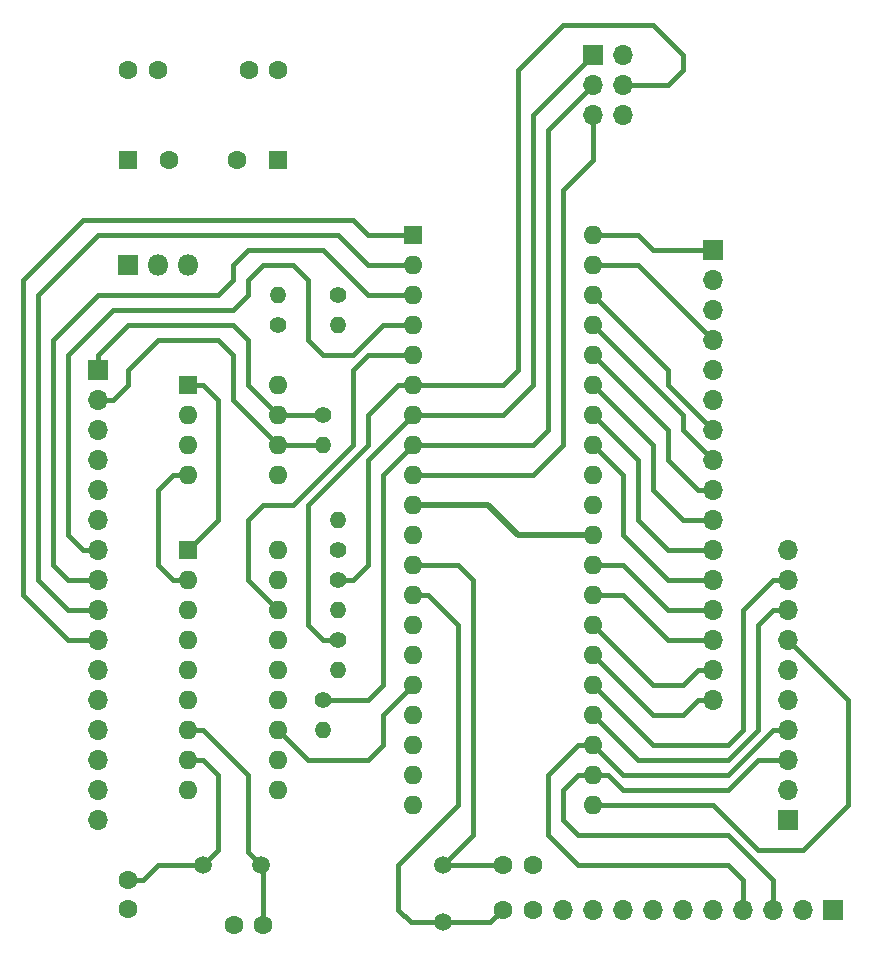
<source format=gbr>
G04 #@! TF.FileFunction,Copper,L1,Top,Signal*
%FSLAX46Y46*%
G04 Gerber Fmt 4.6, Leading zero omitted, Abs format (unit mm)*
G04 Created by KiCad (PCBNEW 4.0.6) date 07/02/17 06:45:00*
%MOMM*%
%LPD*%
G01*
G04 APERTURE LIST*
%ADD10C,0.100000*%
%ADD11R,1.600000X1.600000*%
%ADD12C,1.600000*%
%ADD13R,1.700000X1.700000*%
%ADD14O,1.700000X1.700000*%
%ADD15C,1.400000*%
%ADD16O,1.400000X1.400000*%
%ADD17O,1.600000X1.600000*%
%ADD18R,1.800000X1.800000*%
%ADD19O,1.800000X1.800000*%
%ADD20C,1.500000*%
%ADD21C,0.400000*%
%ADD22C,0.500000*%
G04 APERTURE END LIST*
D10*
D11*
X46990000Y-29210000D03*
D12*
X50490000Y-29210000D03*
X78740000Y-88900000D03*
X81240000Y-88900000D03*
X78740000Y-92710000D03*
X81240000Y-92710000D03*
X46990000Y-21590000D03*
X49490000Y-21590000D03*
X59690000Y-21590000D03*
X57190000Y-21590000D03*
D11*
X59690000Y-29210000D03*
D12*
X56190000Y-29210000D03*
X46990000Y-90170000D03*
X46990000Y-92670000D03*
X58420000Y-93980000D03*
X55920000Y-93980000D03*
D13*
X96520000Y-36830000D03*
D14*
X96520000Y-39370000D03*
X96520000Y-41910000D03*
X96520000Y-44450000D03*
X96520000Y-46990000D03*
X96520000Y-49530000D03*
X96520000Y-52070000D03*
X96520000Y-54610000D03*
X96520000Y-57150000D03*
X96520000Y-59690000D03*
X96520000Y-62230000D03*
X96520000Y-64770000D03*
X96520000Y-67310000D03*
X96520000Y-69850000D03*
X96520000Y-72390000D03*
X96520000Y-74930000D03*
D13*
X102870000Y-85090000D03*
D14*
X102870000Y-82550000D03*
X102870000Y-80010000D03*
X102870000Y-77470000D03*
X102870000Y-74930000D03*
X102870000Y-72390000D03*
X102870000Y-69850000D03*
X102870000Y-67310000D03*
X102870000Y-64770000D03*
X102870000Y-62230000D03*
D13*
X44450000Y-46990000D03*
D14*
X44450000Y-49530000D03*
X44450000Y-52070000D03*
X44450000Y-54610000D03*
X44450000Y-57150000D03*
X44450000Y-59690000D03*
X44450000Y-62230000D03*
X44450000Y-64770000D03*
X44450000Y-67310000D03*
X44450000Y-69850000D03*
X44450000Y-72390000D03*
X44450000Y-74930000D03*
X44450000Y-77470000D03*
X44450000Y-80010000D03*
X44450000Y-82550000D03*
X44450000Y-85090000D03*
D15*
X64770000Y-40640000D03*
D16*
X64770000Y-43180000D03*
D15*
X59690000Y-43180000D03*
D16*
X59690000Y-40640000D03*
D15*
X63500000Y-50800000D03*
D16*
X63500000Y-53340000D03*
D15*
X64770000Y-69850000D03*
D16*
X64770000Y-72390000D03*
D15*
X64770000Y-64770000D03*
D16*
X64770000Y-67310000D03*
D15*
X63500000Y-74930000D03*
D16*
X63500000Y-77470000D03*
D15*
X64770000Y-62230000D03*
D16*
X64770000Y-59690000D03*
D11*
X71120000Y-35560000D03*
D17*
X86360000Y-83820000D03*
X71120000Y-38100000D03*
X86360000Y-81280000D03*
X71120000Y-40640000D03*
X86360000Y-78740000D03*
X71120000Y-43180000D03*
X86360000Y-76200000D03*
X71120000Y-45720000D03*
X86360000Y-73660000D03*
X71120000Y-48260000D03*
X86360000Y-71120000D03*
X71120000Y-50800000D03*
X86360000Y-68580000D03*
X71120000Y-53340000D03*
X86360000Y-66040000D03*
X71120000Y-55880000D03*
X86360000Y-63500000D03*
X71120000Y-58420000D03*
X86360000Y-60960000D03*
X71120000Y-60960000D03*
X86360000Y-58420000D03*
X71120000Y-63500000D03*
X86360000Y-55880000D03*
X71120000Y-66040000D03*
X86360000Y-53340000D03*
X71120000Y-68580000D03*
X86360000Y-50800000D03*
X71120000Y-71120000D03*
X86360000Y-48260000D03*
X71120000Y-73660000D03*
X86360000Y-45720000D03*
X71120000Y-76200000D03*
X86360000Y-43180000D03*
X71120000Y-78740000D03*
X86360000Y-40640000D03*
X71120000Y-81280000D03*
X86360000Y-38100000D03*
X71120000Y-83820000D03*
X86360000Y-35560000D03*
D18*
X46990000Y-38100000D03*
D19*
X49530000Y-38100000D03*
X52070000Y-38100000D03*
D11*
X52070000Y-48260000D03*
D17*
X59690000Y-55880000D03*
X52070000Y-50800000D03*
X59690000Y-53340000D03*
X52070000Y-53340000D03*
X59690000Y-50800000D03*
X52070000Y-55880000D03*
X59690000Y-48260000D03*
D11*
X52070000Y-62230000D03*
D17*
X59690000Y-82550000D03*
X52070000Y-64770000D03*
X59690000Y-80010000D03*
X52070000Y-67310000D03*
X59690000Y-77470000D03*
X52070000Y-69850000D03*
X59690000Y-74930000D03*
X52070000Y-72390000D03*
X59690000Y-72390000D03*
X52070000Y-74930000D03*
X59690000Y-69850000D03*
X52070000Y-77470000D03*
X59690000Y-67310000D03*
X52070000Y-80010000D03*
X59690000Y-64770000D03*
X52070000Y-82550000D03*
X59690000Y-62230000D03*
D20*
X73660000Y-88900000D03*
X73660000Y-93780000D03*
X53340000Y-88900000D03*
X58220000Y-88900000D03*
D13*
X86360000Y-20320000D03*
D14*
X88900000Y-20320000D03*
X86360000Y-22860000D03*
X88900000Y-22860000D03*
X86360000Y-25400000D03*
X88900000Y-25400000D03*
D13*
X106680000Y-92710000D03*
D14*
X104140000Y-92710000D03*
X101600000Y-92710000D03*
X99060000Y-92710000D03*
X96520000Y-92710000D03*
X93980000Y-92710000D03*
X91440000Y-92710000D03*
X88900000Y-92710000D03*
X86360000Y-92710000D03*
X83820000Y-92710000D03*
D21*
X73660000Y-88900000D02*
X76200000Y-86360000D01*
X74930000Y-63500000D02*
X71120000Y-63500000D01*
X76200000Y-64770000D02*
X74930000Y-63500000D01*
X76200000Y-86360000D02*
X76200000Y-64770000D01*
X73660000Y-88900000D02*
X78740000Y-88900000D01*
X69850000Y-88900000D02*
X69850000Y-92710000D01*
X69850000Y-88900000D02*
X72390000Y-86360000D01*
X72390000Y-86360000D02*
X74930000Y-83820000D01*
X74930000Y-83820000D02*
X74930000Y-68580000D01*
X74930000Y-68580000D02*
X72390000Y-66040000D01*
X71120000Y-66040000D02*
X72390000Y-66040000D01*
X70920000Y-93780000D02*
X73660000Y-93780000D01*
X69850000Y-92710000D02*
X70920000Y-93780000D01*
X73660000Y-93780000D02*
X77670000Y-93780000D01*
X77670000Y-93780000D02*
X78740000Y-92710000D01*
D22*
X71120000Y-58420000D02*
X77470000Y-58420000D01*
X80010000Y-60960000D02*
X86360000Y-60960000D01*
X77470000Y-58420000D02*
X80010000Y-60960000D01*
D21*
X46990000Y-90170000D02*
X48260000Y-90170000D01*
X49530000Y-88900000D02*
X53340000Y-88900000D01*
X48260000Y-90170000D02*
X49530000Y-88900000D01*
X52070000Y-80010000D02*
X53340000Y-80010000D01*
X54610000Y-87630000D02*
X53340000Y-88900000D01*
X54610000Y-81280000D02*
X54610000Y-87630000D01*
X53340000Y-80010000D02*
X54610000Y-81280000D01*
X58420000Y-93980000D02*
X58420000Y-89100000D01*
X58420000Y-89100000D02*
X58220000Y-88900000D01*
X52070000Y-77470000D02*
X53340000Y-77470000D01*
X57150000Y-87830000D02*
X58220000Y-88900000D01*
X57150000Y-81280000D02*
X57150000Y-87830000D01*
X53340000Y-77470000D02*
X57150000Y-81280000D01*
X96520000Y-36830000D02*
X91440000Y-36830000D01*
X90170000Y-35560000D02*
X86360000Y-35560000D01*
X91440000Y-36830000D02*
X90170000Y-35560000D01*
X96520000Y-44450000D02*
X90170000Y-38100000D01*
X90170000Y-38100000D02*
X86360000Y-38100000D01*
X96520000Y-52070000D02*
X92710000Y-48260000D01*
X92710000Y-46990000D02*
X86360000Y-40640000D01*
X92710000Y-48260000D02*
X92710000Y-46990000D01*
X96520000Y-54610000D02*
X93980000Y-52070000D01*
X93980000Y-50800000D02*
X86360000Y-43180000D01*
X93980000Y-52070000D02*
X93980000Y-50800000D01*
X96520000Y-57150000D02*
X95250000Y-57150000D01*
X92710000Y-52070000D02*
X86360000Y-45720000D01*
X92710000Y-54610000D02*
X92710000Y-52070000D01*
X95250000Y-57150000D02*
X92710000Y-54610000D01*
X96520000Y-59690000D02*
X93980000Y-59690000D01*
X91440000Y-53340000D02*
X86360000Y-48260000D01*
X91440000Y-57150000D02*
X91440000Y-53340000D01*
X93980000Y-59690000D02*
X91440000Y-57150000D01*
X96520000Y-62230000D02*
X92710000Y-62230000D01*
X90170000Y-54610000D02*
X86360000Y-50800000D01*
X90170000Y-59690000D02*
X90170000Y-54610000D01*
X92710000Y-62230000D02*
X90170000Y-59690000D01*
X96520000Y-64770000D02*
X92710000Y-64770000D01*
X88900000Y-55880000D02*
X86360000Y-53340000D01*
X88900000Y-60960000D02*
X88900000Y-55880000D01*
X92710000Y-64770000D02*
X88900000Y-60960000D01*
X96520000Y-67310000D02*
X92710000Y-67310000D01*
X88900000Y-63500000D02*
X86360000Y-63500000D01*
X92710000Y-67310000D02*
X88900000Y-63500000D01*
X96520000Y-69850000D02*
X92710000Y-69850000D01*
X88900000Y-66040000D02*
X86360000Y-66040000D01*
X92710000Y-69850000D02*
X88900000Y-66040000D01*
X93980000Y-73660000D02*
X91440000Y-73660000D01*
X95250000Y-72390000D02*
X93980000Y-73660000D01*
X96520000Y-72390000D02*
X95250000Y-72390000D01*
X91440000Y-73660000D02*
X86360000Y-68580000D01*
X96520000Y-74930000D02*
X95250000Y-74930000D01*
X91440000Y-76200000D02*
X86360000Y-71120000D01*
X93980000Y-76200000D02*
X91440000Y-76200000D01*
X95250000Y-74930000D02*
X93980000Y-76200000D01*
X86360000Y-81280000D02*
X85090000Y-81280000D01*
X101600000Y-90170000D02*
X101600000Y-92710000D01*
X97790000Y-86360000D02*
X101600000Y-90170000D01*
X85090000Y-86360000D02*
X97790000Y-86360000D01*
X83820000Y-85090000D02*
X85090000Y-86360000D01*
X83820000Y-82550000D02*
X83820000Y-85090000D01*
X85090000Y-81280000D02*
X83820000Y-82550000D01*
X86360000Y-81280000D02*
X87630000Y-81280000D01*
X100330000Y-80010000D02*
X102870000Y-80010000D01*
X97790000Y-82550000D02*
X100330000Y-80010000D01*
X88900000Y-82550000D02*
X97790000Y-82550000D01*
X87630000Y-81280000D02*
X88900000Y-82550000D01*
X86360000Y-78740000D02*
X85090000Y-78740000D01*
X99060000Y-90170000D02*
X99060000Y-92710000D01*
X97790000Y-88900000D02*
X99060000Y-90170000D01*
X85090000Y-88900000D02*
X97790000Y-88900000D01*
X82550000Y-86360000D02*
X85090000Y-88900000D01*
X82550000Y-81280000D02*
X82550000Y-86360000D01*
X85090000Y-78740000D02*
X82550000Y-81280000D01*
X102870000Y-77470000D02*
X101600000Y-77470000D01*
X88900000Y-81280000D02*
X86360000Y-78740000D01*
X97790000Y-81280000D02*
X88900000Y-81280000D01*
X101600000Y-77470000D02*
X97790000Y-81280000D01*
X86360000Y-83820000D02*
X96520000Y-83820000D01*
X107950000Y-74930000D02*
X102870000Y-69850000D01*
X107950000Y-83820000D02*
X107950000Y-74930000D01*
X104140000Y-87630000D02*
X107950000Y-83820000D01*
X100330000Y-87630000D02*
X104140000Y-87630000D01*
X96520000Y-83820000D02*
X100330000Y-87630000D01*
X102870000Y-67310000D02*
X101600000Y-67310000D01*
X90170000Y-80010000D02*
X86360000Y-76200000D01*
X97790000Y-80010000D02*
X90170000Y-80010000D01*
X100330000Y-77470000D02*
X97790000Y-80010000D01*
X100330000Y-68580000D02*
X100330000Y-77470000D01*
X101600000Y-67310000D02*
X100330000Y-68580000D01*
X102870000Y-64770000D02*
X101600000Y-64770000D01*
X91440000Y-78740000D02*
X86360000Y-73660000D01*
X97790000Y-78740000D02*
X91440000Y-78740000D01*
X99060000Y-77470000D02*
X97790000Y-78740000D01*
X99060000Y-67310000D02*
X99060000Y-77470000D01*
X101600000Y-64770000D02*
X99060000Y-67310000D01*
X59690000Y-50800000D02*
X58420000Y-49530000D01*
X44450000Y-45720000D02*
X44450000Y-46990000D01*
X46990000Y-43180000D02*
X44450000Y-45720000D01*
X55880000Y-43180000D02*
X46990000Y-43180000D01*
X57150000Y-44450000D02*
X55880000Y-43180000D01*
X57150000Y-48260000D02*
X57150000Y-44450000D01*
X58420000Y-49530000D02*
X57150000Y-48260000D01*
X59690000Y-50800000D02*
X63500000Y-50800000D01*
X59690000Y-53340000D02*
X57150000Y-50800000D01*
X45720000Y-49530000D02*
X44450000Y-49530000D01*
X46990000Y-48260000D02*
X45720000Y-49530000D01*
X46990000Y-46990000D02*
X46990000Y-48260000D01*
X49530000Y-44450000D02*
X46990000Y-46990000D01*
X54610000Y-44450000D02*
X49530000Y-44450000D01*
X55880000Y-45720000D02*
X54610000Y-44450000D01*
X55880000Y-49530000D02*
X55880000Y-45720000D01*
X57150000Y-50800000D02*
X55880000Y-49530000D01*
X59690000Y-53340000D02*
X63500000Y-53340000D01*
X71120000Y-48260000D02*
X78740000Y-48260000D01*
X92710000Y-22860000D02*
X88900000Y-22860000D01*
X93980000Y-21590000D02*
X92710000Y-22860000D01*
X93980000Y-20320000D02*
X93980000Y-21590000D01*
X91440000Y-17780000D02*
X93980000Y-20320000D01*
X83820000Y-17780000D02*
X91440000Y-17780000D01*
X80010000Y-21590000D02*
X83820000Y-17780000D01*
X80010000Y-46990000D02*
X80010000Y-21590000D01*
X78740000Y-48260000D02*
X80010000Y-46990000D01*
X71120000Y-48260000D02*
X69850000Y-48260000D01*
X63500000Y-69850000D02*
X64770000Y-69850000D01*
X62230000Y-68580000D02*
X63500000Y-69850000D01*
X62230000Y-58420000D02*
X62230000Y-68580000D01*
X67310000Y-53340000D02*
X62230000Y-58420000D01*
X67310000Y-50800000D02*
X67310000Y-53340000D01*
X69850000Y-48260000D02*
X67310000Y-50800000D01*
X71120000Y-50800000D02*
X78740000Y-50800000D01*
X81280000Y-25400000D02*
X86360000Y-20320000D01*
X81280000Y-48260000D02*
X81280000Y-25400000D01*
X78740000Y-50800000D02*
X81280000Y-48260000D01*
X64770000Y-64770000D02*
X66040000Y-64770000D01*
X67310000Y-54610000D02*
X71120000Y-50800000D01*
X67310000Y-63500000D02*
X67310000Y-54610000D01*
X66040000Y-64770000D02*
X67310000Y-63500000D01*
X59690000Y-67310000D02*
X57150000Y-64770000D01*
X67310000Y-45720000D02*
X71120000Y-45720000D01*
X66040000Y-46990000D02*
X67310000Y-45720000D01*
X66040000Y-53340000D02*
X66040000Y-46990000D01*
X60960000Y-58420000D02*
X66040000Y-53340000D01*
X58420000Y-58420000D02*
X60960000Y-58420000D01*
X57150000Y-59690000D02*
X58420000Y-58420000D01*
X57150000Y-64770000D02*
X57150000Y-59690000D01*
X71120000Y-53340000D02*
X81280000Y-53340000D01*
X82550000Y-26670000D02*
X86360000Y-22860000D01*
X82550000Y-52070000D02*
X82550000Y-26670000D01*
X81280000Y-53340000D02*
X82550000Y-52070000D01*
X71120000Y-53340000D02*
X68580000Y-55880000D01*
X67310000Y-74930000D02*
X63500000Y-74930000D01*
X68580000Y-73660000D02*
X67310000Y-74930000D01*
X68580000Y-55880000D02*
X68580000Y-73660000D01*
X52070000Y-48260000D02*
X53340000Y-48260000D01*
X54610000Y-59690000D02*
X52070000Y-62230000D01*
X54610000Y-49530000D02*
X54610000Y-59690000D01*
X53340000Y-48260000D02*
X54610000Y-49530000D01*
X52070000Y-55880000D02*
X50800000Y-55880000D01*
X50800000Y-64770000D02*
X52070000Y-64770000D01*
X49530000Y-63500000D02*
X50800000Y-64770000D01*
X49530000Y-57150000D02*
X49530000Y-63500000D01*
X50800000Y-55880000D02*
X49530000Y-57150000D01*
X59690000Y-77470000D02*
X62230000Y-80010000D01*
X68580000Y-76200000D02*
X71120000Y-73660000D01*
X68580000Y-78740000D02*
X68580000Y-76200000D01*
X67310000Y-80010000D02*
X68580000Y-78740000D01*
X62230000Y-80010000D02*
X67310000Y-80010000D01*
X71120000Y-55880000D02*
X81280000Y-55880000D01*
X86360000Y-29210000D02*
X86360000Y-25400000D01*
X83820000Y-31750000D02*
X86360000Y-29210000D01*
X83820000Y-53340000D02*
X83820000Y-31750000D01*
X81280000Y-55880000D02*
X83820000Y-53340000D01*
X71120000Y-35560000D02*
X67310000Y-35560000D01*
X41910000Y-69850000D02*
X44450000Y-69850000D01*
X38100000Y-66040000D02*
X41910000Y-69850000D01*
X38100000Y-39370000D02*
X38100000Y-66040000D01*
X43180000Y-34290000D02*
X38100000Y-39370000D01*
X66040000Y-34290000D02*
X43180000Y-34290000D01*
X67310000Y-35560000D02*
X66040000Y-34290000D01*
X71120000Y-38100000D02*
X67310000Y-38100000D01*
X41910000Y-67310000D02*
X44450000Y-67310000D01*
X39370000Y-64770000D02*
X41910000Y-67310000D01*
X39370000Y-40640000D02*
X39370000Y-64770000D01*
X44450000Y-35560000D02*
X39370000Y-40640000D01*
X64770000Y-35560000D02*
X44450000Y-35560000D01*
X67310000Y-38100000D02*
X64770000Y-35560000D01*
X71120000Y-40640000D02*
X67310000Y-40640000D01*
X41910000Y-64770000D02*
X44450000Y-64770000D01*
X40640000Y-63500000D02*
X41910000Y-64770000D01*
X40640000Y-44450000D02*
X40640000Y-63500000D01*
X44450000Y-40640000D02*
X40640000Y-44450000D01*
X54610000Y-40640000D02*
X44450000Y-40640000D01*
X55880000Y-39370000D02*
X54610000Y-40640000D01*
X55880000Y-38100000D02*
X55880000Y-39370000D01*
X57150000Y-36830000D02*
X55880000Y-38100000D01*
X63500000Y-36830000D02*
X57150000Y-36830000D01*
X64770000Y-38100000D02*
X63500000Y-36830000D01*
X67310000Y-40640000D02*
X64770000Y-38100000D01*
X71120000Y-43180000D02*
X68580000Y-43180000D01*
X43180000Y-62230000D02*
X44450000Y-62230000D01*
X41910000Y-60960000D02*
X43180000Y-62230000D01*
X41910000Y-45720000D02*
X41910000Y-60960000D01*
X45720000Y-41910000D02*
X41910000Y-45720000D01*
X55880000Y-41910000D02*
X45720000Y-41910000D01*
X57150000Y-40640000D02*
X55880000Y-41910000D01*
X57150000Y-39370000D02*
X57150000Y-40640000D01*
X58420000Y-38100000D02*
X57150000Y-39370000D01*
X60960000Y-38100000D02*
X58420000Y-38100000D01*
X62230000Y-39370000D02*
X60960000Y-38100000D01*
X62230000Y-44450000D02*
X62230000Y-39370000D01*
X63500000Y-45720000D02*
X62230000Y-44450000D01*
X66040000Y-45720000D02*
X63500000Y-45720000D01*
X68580000Y-43180000D02*
X66040000Y-45720000D01*
M02*

</source>
